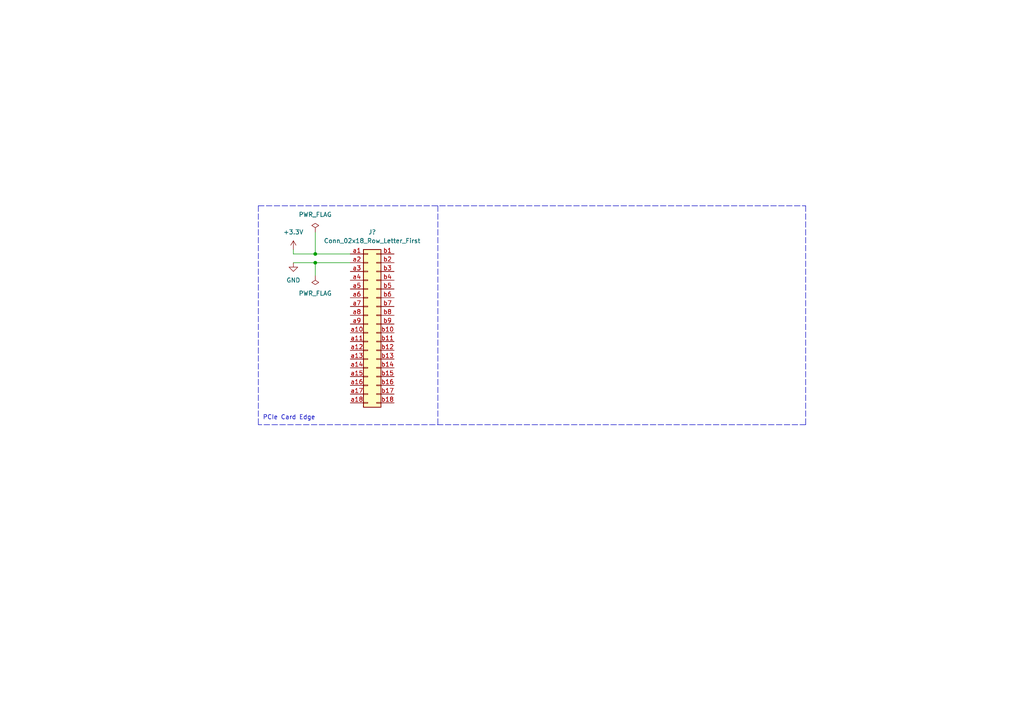
<source format=kicad_sch>
(kicad_sch (version 20211123) (generator eeschema)
  (paper "A4")
  (lib_symbols
    (symbol "Connector_Generic:Conn_02x18_Row_Letter_First" (pin_names (offset 1.016) hide)
      (property "Reference" "J" (at 1.27 22.86 0))
      (property "Value" "Conn_02x18_Row_Letter_First" (at 1.27 -25.4 0))
      (symbol "Conn_02x18_Row_Letter_First_1_1"
        (rectangle (start -1.27 -22.733) (end 0 -22.987) (stroke (width 0.1524)))
        (rectangle (start -1.27 -20.193) (end 0 -20.447) (stroke (width 0.1524)))
        (rectangle (start -1.27 -17.653) (end 0 -17.907) (stroke (width 0.1524)))
        (rectangle (start -1.27 -15.113) (end 0 -15.367) (stroke (width 0.1524)))
        (rectangle (start -1.27 -12.573) (end 0 -12.827) (stroke (width 0.1524)))
        (rectangle (start -1.27 -10.033) (end 0 -10.287) (stroke (width 0.1524)))
        (rectangle (start -1.27 -7.493) (end 0 -7.747) (stroke (width 0.1524)))
        (rectangle (start -1.27 -4.953) (end 0 -5.207) (stroke (width 0.1524)))
        (rectangle (start -1.27 -2.413) (end 0 -2.667) (stroke (width 0.1524)))
        (rectangle (start -1.27 0.127) (end 0 -0.127) (stroke (width 0.1524)))
        (rectangle (start -1.27 2.667) (end 0 2.413) (stroke (width 0.1524)))
        (rectangle (start -1.27 5.207) (end 0 4.953) (stroke (width 0.1524)))
        (rectangle (start -1.27 7.747) (end 0 7.493) (stroke (width 0.1524)))
        (rectangle (start -1.27 10.287) (end 0 10.033) (stroke (width 0.1524)))
        (rectangle (start -1.27 12.827) (end 0 12.573) (stroke (width 0.1524)))
        (rectangle (start -1.27 15.367) (end 0 15.113) (stroke (width 0.1524)))
        (rectangle (start -1.27 17.907) (end 0 17.653) (stroke (width 0.1524)))
        (rectangle (start -1.27 20.447) (end 0 20.193) (stroke (width 0.1524)))
        (rectangle (start -1.27 21.59) (end 3.81 -24.13) (stroke (width 0.254)) (fill (type background)))
        (rectangle (start 3.81 -22.733) (end 2.54 -22.987) (stroke (width 0.1524)))
        (rectangle (start 3.81 -20.193) (end 2.54 -20.447) (stroke (width 0.1524)))
        (rectangle (start 3.81 -17.653) (end 2.54 -17.907) (stroke (width 0.1524)))
        (rectangle (start 3.81 -15.113) (end 2.54 -15.367) (stroke (width 0.1524)))
        (rectangle (start 3.81 -12.573) (end 2.54 -12.827) (stroke (width 0.1524)))
        (rectangle (start 3.81 -10.033) (end 2.54 -10.287) (stroke (width 0.1524)))
        (rectangle (start 3.81 -7.493) (end 2.54 -7.747) (stroke (width 0.1524)))
        (rectangle (start 3.81 -4.953) (end 2.54 -5.207) (stroke (width 0.1524)))
        (rectangle (start 3.81 -2.413) (end 2.54 -2.667) (stroke (width 0.1524)))
        (rectangle (start 3.81 0.127) (end 2.54 -0.127) (stroke (width 0.1524)))
        (rectangle (start 3.81 2.667) (end 2.54 2.413) (stroke (width 0.1524)))
        (rectangle (start 3.81 5.207) (end 2.54 4.953) (stroke (width 0.1524)))
        (rectangle (start 3.81 7.747) (end 2.54 7.493) (stroke (width 0.1524)))
        (rectangle (start 3.81 10.287) (end 2.54 10.033) (stroke (width 0.1524)))
        (rectangle (start 3.81 12.827) (end 2.54 12.573) (stroke (width 0.1524)))
        (rectangle (start 3.81 15.367) (end 2.54 15.113) (stroke (width 0.1524)))
        (rectangle (start 3.81 17.907) (end 2.54 17.653) (stroke (width 0.1524)))
        (rectangle (start 3.81 20.447) (end 2.54 20.193) (stroke (width 0.1524)))
        (pin passive line (at -5.08 20.32 0) (length 3.81) (name "Pin_a1") (number "a1"))
        (pin passive line (at -5.08 -2.54 0) (length 3.81) (name "Pin_a10") (number "a10"))
        (pin passive line (at -5.08 -5.08 0) (length 3.81) (name "Pin_a11") (number "a11"))
        (pin passive line (at -5.08 -7.62 0) (length 3.81) (name "Pin_a12") (number "a12"))
        (pin passive line (at -5.08 -10.16 0) (length 3.81) (name "Pin_a13") (number "a13"))
        (pin passive line (at -5.08 -12.7 0) (length 3.81) (name "Pin_a14") (number "a14"))
        (pin passive line (at -5.08 -15.24 0) (length 3.81) (name "Pin_a15") (number "a15"))
        (pin passive line (at -5.08 -17.78 0) (length 3.81) (name "Pin_a16") (number "a16"))
        (pin passive line (at -5.08 -20.32 0) (length 3.81) (name "Pin_a17") (number "a17"))
        (pin passive line (at -5.08 -22.86 0) (length 3.81) (name "Pin_a18") (number "a18"))
        (pin passive line (at -5.08 17.78 0) (length 3.81) (name "Pin_a2") (number "a2"))
        (pin passive line (at -5.08 15.24 0) (length 3.81) (name "Pin_a3") (number "a3"))
        (pin passive line (at -5.08 12.7 0) (length 3.81) (name "Pin_a4") (number "a4"))
        (pin passive line (at -5.08 10.16 0) (length 3.81) (name "Pin_a5") (number "a5"))
        (pin passive line (at -5.08 7.62 0) (length 3.81) (name "Pin_a6") (number "a6"))
        (pin passive line (at -5.08 5.08 0) (length 3.81) (name "Pin_a7") (number "a7"))
        (pin passive line (at -5.08 2.54 0) (length 3.81) (name "Pin_a8") (number "a8"))
        (pin passive line (at -5.08 0 0) (length 3.81) (name "Pin_a9") (number "a9"))
        (pin passive line (at 7.62 20.32 180) (length 3.81) (name "Pin_b1") (number "b1"))
        (pin passive line (at 7.62 -2.54 180) (length 3.81) (name "Pin_b10") (number "b10"))
        (pin passive line (at 7.62 -5.08 180) (length 3.81) (name "Pin_b11") (number "b11"))
        (pin passive line (at 7.62 -7.62 180) (length 3.81) (name "Pin_b12") (number "b12"))
        (pin passive line (at 7.62 -10.16 180) (length 3.81) (name "Pin_b13") (number "b13"))
        (pin passive line (at 7.62 -12.7 180) (length 3.81) (name "Pin_b14") (number "b14"))
        (pin passive line (at 7.62 -15.24 180) (length 3.81) (name "Pin_b15") (number "b15"))
        (pin passive line (at 7.62 -17.78 180) (length 3.81) (name "Pin_b16") (number "b16"))
        (pin passive line (at 7.62 -20.32 180) (length 3.81) (name "Pin_b17") (number "b17"))
        (pin passive line (at 7.62 -22.86 180) (length 3.81) (name "Pin_b18") (number "b18"))
        (pin passive line (at 7.62 17.78 180) (length 3.81) (name "Pin_b2") (number "b2"))
        (pin passive line (at 7.62 15.24 180) (length 3.81) (name "Pin_b3") (number "b3"))
        (pin passive line (at 7.62 12.7 180) (length 3.81) (name "Pin_b4") (number "b4"))
        (pin passive line (at 7.62 10.16 180) (length 3.81) (name "Pin_b5") (number "b5"))
        (pin passive line (at 7.62 7.62 180) (length 3.81) (name "Pin_b6") (number "b6"))
        (pin passive line (at 7.62 5.08 180) (length 3.81) (name "Pin_b7") (number "b7"))
        (pin passive line (at 7.62 2.54 180) (length 3.81) (name "Pin_b8") (number "b8"))
        (pin passive line (at 7.62 0 180) (length 3.81) (name "Pin_b9") (number "b9"))
      )
    )
    (symbol "power:+3.3V" (power) (pin_names (offset 0))
      (property "Value" "+3.3V" (at 0 3.556 0))
      (symbol "+3.3V_0_1"
        (polyline (pts (xy -0.762 1.27) (xy 0 2.54)))
        (polyline (pts (xy 0 0) (xy 0 2.54)))
        (polyline (pts (xy 0 2.54) (xy 0.762 1.27)))
      )
      (symbol "+3.3V_1_1"
        (pin power_in line (at 0 0 90) (length 0) hide (name "+3.3V") (number "1"))
      )
    )
    (symbol "power:GND" (power) (pin_names (offset 0))
      (property "Value" "GND" (at 0 -3.81 0))
      (symbol "GND_0_1"
        (polyline (pts (xy 0 0) (xy 0 -1.27) (xy 1.27 -1.27) (xy 0 -2.54) (xy -1.27 -1.27) (xy 0 -1.27)))
      )
      (symbol "GND_1_1"
        (pin power_in line (at 0 0 270) (length 0) hide (name "GND") (number "1"))
      )
    )
    (symbol "power:PWR_FLAG" (power) (pin_numbers hide) (pin_names (offset 0) hide)
      (property "Value" "PWR_FLAG" (at 0 3.81 0))
      (symbol "PWR_FLAG_0_0"
        (pin power_out line (at 0 0 90) (length 0) (name "pwr") (number "1"))
      )
      (symbol "PWR_FLAG_0_1"
        (polyline (pts (xy 0 0) (xy 0 1.27) (xy -1.016 1.905) (xy 0 2.54) (xy 1.016 1.905) (xy 0 1.27)))
      )
    )
  )
  (junction (at 91.44 76.2))
  (junction (at 91.44 73.66))
  (wire (pts (xy 91.44 73.66) (xy 85.09 73.66)))
  (polyline (pts (xy 233.68 59.69) (xy 233.68 123.19)))
  (wire (pts (xy 101.6 73.66) (xy 91.44 73.66)))
  (polyline (pts (xy 74.93 59.69) (xy 74.93 123.19)))
  (polyline (pts (xy 127 59.69) (xy 127 123.19)))
  (polyline (pts (xy 74.93 59.69) (xy 233.68 59.69)))
  (wire (pts (xy 91.44 67.31) (xy 91.44 73.66)))
  (polyline (pts (xy 233.68 123.19) (xy 74.93 123.19)))
  (wire (pts (xy 85.09 73.66) (xy 85.09 72.39)))
  (wire (pts (xy 91.44 76.2) (xy 101.6 76.2)))
  (wire (pts (xy 85.09 76.2) (xy 91.44 76.2)))
  (wire (pts (xy 91.44 76.2) (xy 91.44 80.01)))
  (text "PCIe Card Edge" (at 76.2 121.92 0) (effects (font (size 1.27 1.27)) (justify left bottom)))
  (symbol (lib_id "Connector_Generic:Conn_02x18_Row_Letter_First") (at 106.68 93.98 0) (unit 1)
    (property "Reference" "J?" (at 107.95 67.31 0))
    (property "Value" "Conn_02x18_Row_Letter_First" (at 107.95 69.85 0))
  )
  (symbol (lib_id "power:GND") (at 85.09 76.2 0) (unit 1)
    (property "Reference" "#PWR?" (effects hide))
    (property "Value" "GND" (at 85.09 81.28 0))
  )
  (symbol (lib_id "power:+3.3V") (at 85.09 72.39 0) (unit 1)
    (property "Reference" "#PWR?" (effects hide))
    (property "Value" "+3.3V" (at 85.09 67.31 0))
  )
  (symbol (lib_id "power:PWR_FLAG") (at 91.44 80.01 180) (unit 1)
    (property "Reference" "#FLG?" (effects hide))
    (property "Value" "PWR_FLAG" (at 91.44 85.09 0))
  )
  (symbol (lib_id "power:PWR_FLAG") (at 91.44 67.31 0) (unit 1)
    (property "Reference" "#FLG?" (effects hide))
    (property "Value" "PWR_FLAG" (at 91.44 62.23 0))
  )
)
</source>
